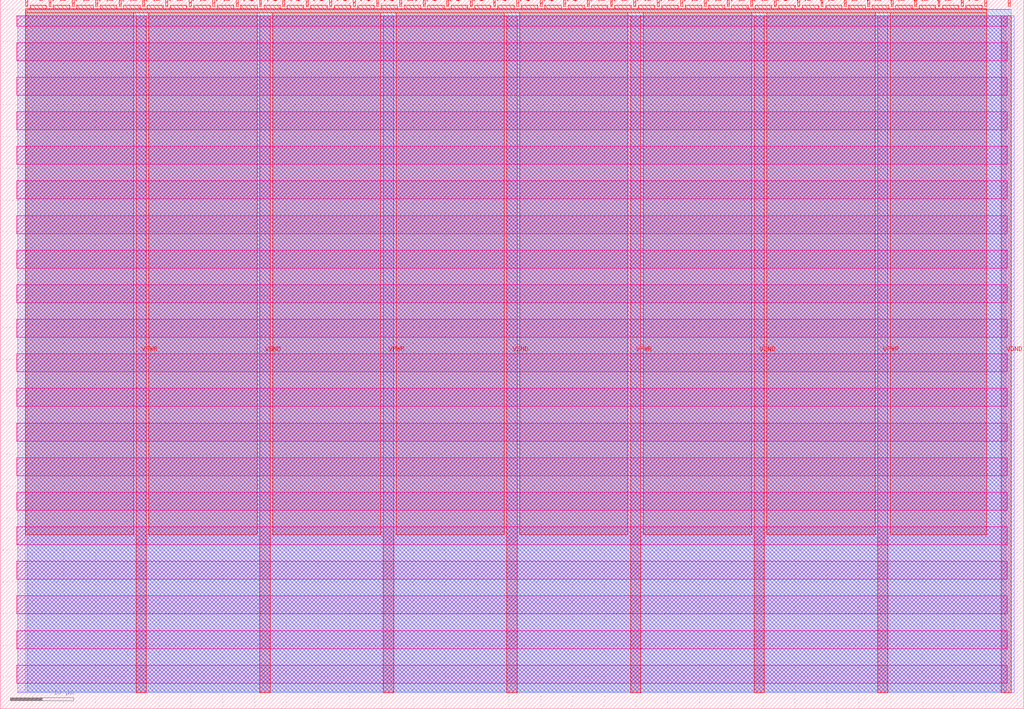
<source format=lef>
VERSION 5.7 ;
  NOWIREEXTENSIONATPIN ON ;
  DIVIDERCHAR "/" ;
  BUSBITCHARS "[]" ;
MACRO tt_um_haeuslermarkus_fir_filter
  CLASS BLOCK ;
  FOREIGN tt_um_haeuslermarkus_fir_filter ;
  ORIGIN 0.000 0.000 ;
  SIZE 161.000 BY 111.520 ;
  PIN VGND
    DIRECTION INOUT ;
    USE GROUND ;
    PORT
      LAYER met4 ;
        RECT 40.830 2.480 42.430 109.040 ;
    END
    PORT
      LAYER met4 ;
        RECT 79.700 2.480 81.300 109.040 ;
    END
    PORT
      LAYER met4 ;
        RECT 118.570 2.480 120.170 109.040 ;
    END
    PORT
      LAYER met4 ;
        RECT 157.440 2.480 159.040 109.040 ;
    END
  END VGND
  PIN VPWR
    DIRECTION INOUT ;
    USE POWER ;
    PORT
      LAYER met4 ;
        RECT 21.395 2.480 22.995 109.040 ;
    END
    PORT
      LAYER met4 ;
        RECT 60.265 2.480 61.865 109.040 ;
    END
    PORT
      LAYER met4 ;
        RECT 99.135 2.480 100.735 109.040 ;
    END
    PORT
      LAYER met4 ;
        RECT 138.005 2.480 139.605 109.040 ;
    END
  END VPWR
  PIN clk
    DIRECTION INPUT ;
    USE SIGNAL ;
    ANTENNAGATEAREA 0.852000 ;
    PORT
      LAYER met4 ;
        RECT 154.870 110.520 155.170 111.520 ;
    END
  END clk
  PIN ena
    DIRECTION INPUT ;
    USE SIGNAL ;
    PORT
      LAYER met4 ;
        RECT 158.550 110.520 158.850 111.520 ;
    END
  END ena
  PIN rst_n
    DIRECTION INPUT ;
    USE SIGNAL ;
    ANTENNAGATEAREA 0.213000 ;
    PORT
      LAYER met4 ;
        RECT 151.190 110.520 151.490 111.520 ;
    END
  END rst_n
  PIN ui_in[0]
    DIRECTION INPUT ;
    USE SIGNAL ;
    ANTENNAGATEAREA 0.196500 ;
    PORT
      LAYER met4 ;
        RECT 147.510 110.520 147.810 111.520 ;
    END
  END ui_in[0]
  PIN ui_in[1]
    DIRECTION INPUT ;
    USE SIGNAL ;
    ANTENNAGATEAREA 0.196500 ;
    PORT
      LAYER met4 ;
        RECT 143.830 110.520 144.130 111.520 ;
    END
  END ui_in[1]
  PIN ui_in[2]
    DIRECTION INPUT ;
    USE SIGNAL ;
    ANTENNAGATEAREA 0.196500 ;
    PORT
      LAYER met4 ;
        RECT 140.150 110.520 140.450 111.520 ;
    END
  END ui_in[2]
  PIN ui_in[3]
    DIRECTION INPUT ;
    USE SIGNAL ;
    ANTENNAGATEAREA 0.196500 ;
    PORT
      LAYER met4 ;
        RECT 136.470 110.520 136.770 111.520 ;
    END
  END ui_in[3]
  PIN ui_in[4]
    DIRECTION INPUT ;
    USE SIGNAL ;
    ANTENNAGATEAREA 0.196500 ;
    PORT
      LAYER met4 ;
        RECT 132.790 110.520 133.090 111.520 ;
    END
  END ui_in[4]
  PIN ui_in[5]
    DIRECTION INPUT ;
    USE SIGNAL ;
    ANTENNAGATEAREA 0.196500 ;
    PORT
      LAYER met4 ;
        RECT 129.110 110.520 129.410 111.520 ;
    END
  END ui_in[5]
  PIN ui_in[6]
    DIRECTION INPUT ;
    USE SIGNAL ;
    ANTENNAGATEAREA 0.196500 ;
    PORT
      LAYER met4 ;
        RECT 125.430 110.520 125.730 111.520 ;
    END
  END ui_in[6]
  PIN ui_in[7]
    DIRECTION INPUT ;
    USE SIGNAL ;
    ANTENNAGATEAREA 0.196500 ;
    PORT
      LAYER met4 ;
        RECT 121.750 110.520 122.050 111.520 ;
    END
  END ui_in[7]
  PIN uio_in[0]
    DIRECTION INPUT ;
    USE SIGNAL ;
    PORT
      LAYER met4 ;
        RECT 118.070 110.520 118.370 111.520 ;
    END
  END uio_in[0]
  PIN uio_in[1]
    DIRECTION INPUT ;
    USE SIGNAL ;
    PORT
      LAYER met4 ;
        RECT 114.390 110.520 114.690 111.520 ;
    END
  END uio_in[1]
  PIN uio_in[2]
    DIRECTION INPUT ;
    USE SIGNAL ;
    PORT
      LAYER met4 ;
        RECT 110.710 110.520 111.010 111.520 ;
    END
  END uio_in[2]
  PIN uio_in[3]
    DIRECTION INPUT ;
    USE SIGNAL ;
    PORT
      LAYER met4 ;
        RECT 107.030 110.520 107.330 111.520 ;
    END
  END uio_in[3]
  PIN uio_in[4]
    DIRECTION INPUT ;
    USE SIGNAL ;
    PORT
      LAYER met4 ;
        RECT 103.350 110.520 103.650 111.520 ;
    END
  END uio_in[4]
  PIN uio_in[5]
    DIRECTION INPUT ;
    USE SIGNAL ;
    PORT
      LAYER met4 ;
        RECT 99.670 110.520 99.970 111.520 ;
    END
  END uio_in[5]
  PIN uio_in[6]
    DIRECTION INPUT ;
    USE SIGNAL ;
    ANTENNAGATEAREA 0.196500 ;
    PORT
      LAYER met4 ;
        RECT 95.990 110.520 96.290 111.520 ;
    END
  END uio_in[6]
  PIN uio_in[7]
    DIRECTION INPUT ;
    USE SIGNAL ;
    ANTENNAGATEAREA 0.196500 ;
    PORT
      LAYER met4 ;
        RECT 92.310 110.520 92.610 111.520 ;
    END
  END uio_in[7]
  PIN uio_oe[0]
    DIRECTION OUTPUT TRISTATE ;
    USE SIGNAL ;
    PORT
      LAYER met4 ;
        RECT 29.750 110.520 30.050 111.520 ;
    END
  END uio_oe[0]
  PIN uio_oe[1]
    DIRECTION OUTPUT TRISTATE ;
    USE SIGNAL ;
    PORT
      LAYER met4 ;
        RECT 26.070 110.520 26.370 111.520 ;
    END
  END uio_oe[1]
  PIN uio_oe[2]
    DIRECTION OUTPUT TRISTATE ;
    USE SIGNAL ;
    PORT
      LAYER met4 ;
        RECT 22.390 110.520 22.690 111.520 ;
    END
  END uio_oe[2]
  PIN uio_oe[3]
    DIRECTION OUTPUT TRISTATE ;
    USE SIGNAL ;
    PORT
      LAYER met4 ;
        RECT 18.710 110.520 19.010 111.520 ;
    END
  END uio_oe[3]
  PIN uio_oe[4]
    DIRECTION OUTPUT TRISTATE ;
    USE SIGNAL ;
    PORT
      LAYER met4 ;
        RECT 15.030 110.520 15.330 111.520 ;
    END
  END uio_oe[4]
  PIN uio_oe[5]
    DIRECTION OUTPUT TRISTATE ;
    USE SIGNAL ;
    PORT
      LAYER met4 ;
        RECT 11.350 110.520 11.650 111.520 ;
    END
  END uio_oe[5]
  PIN uio_oe[6]
    DIRECTION OUTPUT TRISTATE ;
    USE SIGNAL ;
    PORT
      LAYER met4 ;
        RECT 7.670 110.520 7.970 111.520 ;
    END
  END uio_oe[6]
  PIN uio_oe[7]
    DIRECTION OUTPUT TRISTATE ;
    USE SIGNAL ;
    PORT
      LAYER met4 ;
        RECT 3.990 110.520 4.290 111.520 ;
    END
  END uio_oe[7]
  PIN uio_out[0]
    DIRECTION OUTPUT TRISTATE ;
    USE SIGNAL ;
    ANTENNAGATEAREA 0.126000 ;
    ANTENNADIFFAREA 0.891000 ;
    PORT
      LAYER met4 ;
        RECT 59.190 110.520 59.490 111.520 ;
    END
  END uio_out[0]
  PIN uio_out[1]
    DIRECTION OUTPUT TRISTATE ;
    USE SIGNAL ;
    ANTENNAGATEAREA 0.126000 ;
    ANTENNADIFFAREA 0.891000 ;
    PORT
      LAYER met4 ;
        RECT 55.510 110.520 55.810 111.520 ;
    END
  END uio_out[1]
  PIN uio_out[2]
    DIRECTION OUTPUT TRISTATE ;
    USE SIGNAL ;
    ANTENNAGATEAREA 0.126000 ;
    ANTENNADIFFAREA 0.891000 ;
    PORT
      LAYER met4 ;
        RECT 51.830 110.520 52.130 111.520 ;
    END
  END uio_out[2]
  PIN uio_out[3]
    DIRECTION OUTPUT TRISTATE ;
    USE SIGNAL ;
    PORT
      LAYER met4 ;
        RECT 48.150 110.520 48.450 111.520 ;
    END
  END uio_out[3]
  PIN uio_out[4]
    DIRECTION OUTPUT TRISTATE ;
    USE SIGNAL ;
    PORT
      LAYER met4 ;
        RECT 44.470 110.520 44.770 111.520 ;
    END
  END uio_out[4]
  PIN uio_out[5]
    DIRECTION OUTPUT TRISTATE ;
    USE SIGNAL ;
    PORT
      LAYER met4 ;
        RECT 40.790 110.520 41.090 111.520 ;
    END
  END uio_out[5]
  PIN uio_out[6]
    DIRECTION OUTPUT TRISTATE ;
    USE SIGNAL ;
    PORT
      LAYER met4 ;
        RECT 37.110 110.520 37.410 111.520 ;
    END
  END uio_out[6]
  PIN uio_out[7]
    DIRECTION OUTPUT TRISTATE ;
    USE SIGNAL ;
    PORT
      LAYER met4 ;
        RECT 33.430 110.520 33.730 111.520 ;
    END
  END uio_out[7]
  PIN uo_out[0]
    DIRECTION OUTPUT TRISTATE ;
    USE SIGNAL ;
    ANTENNAGATEAREA 0.126000 ;
    ANTENNADIFFAREA 0.445500 ;
    PORT
      LAYER met4 ;
        RECT 88.630 110.520 88.930 111.520 ;
    END
  END uo_out[0]
  PIN uo_out[1]
    DIRECTION OUTPUT TRISTATE ;
    USE SIGNAL ;
    ANTENNAGATEAREA 0.126000 ;
    ANTENNADIFFAREA 0.445500 ;
    PORT
      LAYER met4 ;
        RECT 84.950 110.520 85.250 111.520 ;
    END
  END uo_out[1]
  PIN uo_out[2]
    DIRECTION OUTPUT TRISTATE ;
    USE SIGNAL ;
    ANTENNAGATEAREA 0.126000 ;
    ANTENNADIFFAREA 0.445500 ;
    PORT
      LAYER met4 ;
        RECT 81.270 110.520 81.570 111.520 ;
    END
  END uo_out[2]
  PIN uo_out[3]
    DIRECTION OUTPUT TRISTATE ;
    USE SIGNAL ;
    ANTENNAGATEAREA 0.126000 ;
    ANTENNADIFFAREA 0.891000 ;
    PORT
      LAYER met4 ;
        RECT 77.590 110.520 77.890 111.520 ;
    END
  END uo_out[3]
  PIN uo_out[4]
    DIRECTION OUTPUT TRISTATE ;
    USE SIGNAL ;
    ANTENNAGATEAREA 0.126000 ;
    ANTENNADIFFAREA 0.891000 ;
    PORT
      LAYER met4 ;
        RECT 73.910 110.520 74.210 111.520 ;
    END
  END uo_out[4]
  PIN uo_out[5]
    DIRECTION OUTPUT TRISTATE ;
    USE SIGNAL ;
    ANTENNAGATEAREA 0.126000 ;
    ANTENNADIFFAREA 0.891000 ;
    PORT
      LAYER met4 ;
        RECT 70.230 110.520 70.530 111.520 ;
    END
  END uo_out[5]
  PIN uo_out[6]
    DIRECTION OUTPUT TRISTATE ;
    USE SIGNAL ;
    ANTENNAGATEAREA 0.126000 ;
    ANTENNADIFFAREA 0.891000 ;
    PORT
      LAYER met4 ;
        RECT 66.550 110.520 66.850 111.520 ;
    END
  END uo_out[6]
  PIN uo_out[7]
    DIRECTION OUTPUT TRISTATE ;
    USE SIGNAL ;
    ANTENNAGATEAREA 0.126000 ;
    ANTENNADIFFAREA 1.325700 ;
    PORT
      LAYER met4 ;
        RECT 62.870 110.520 63.170 111.520 ;
    END
  END uo_out[7]
  OBS
      LAYER nwell ;
        RECT 2.570 107.385 158.430 108.990 ;
        RECT 2.570 101.945 158.430 104.775 ;
        RECT 2.570 96.505 158.430 99.335 ;
        RECT 2.570 91.065 158.430 93.895 ;
        RECT 2.570 85.625 158.430 88.455 ;
        RECT 2.570 80.185 158.430 83.015 ;
        RECT 2.570 74.745 158.430 77.575 ;
        RECT 2.570 69.305 158.430 72.135 ;
        RECT 2.570 63.865 158.430 66.695 ;
        RECT 2.570 58.425 158.430 61.255 ;
        RECT 2.570 52.985 158.430 55.815 ;
        RECT 2.570 47.545 158.430 50.375 ;
        RECT 2.570 42.105 158.430 44.935 ;
        RECT 2.570 36.665 158.430 39.495 ;
        RECT 2.570 31.225 158.430 34.055 ;
        RECT 2.570 25.785 158.430 28.615 ;
        RECT 2.570 20.345 158.430 23.175 ;
        RECT 2.570 14.905 158.430 17.735 ;
        RECT 2.570 9.465 158.430 12.295 ;
        RECT 2.570 4.025 158.430 6.855 ;
      LAYER li1 ;
        RECT 2.760 2.635 158.240 108.885 ;
      LAYER met1 ;
        RECT 2.760 2.480 159.460 109.040 ;
      LAYER met2 ;
        RECT 4.230 2.535 159.010 110.005 ;
      LAYER met3 ;
        RECT 3.950 2.555 159.030 109.985 ;
      LAYER met4 ;
        RECT 4.690 110.120 7.270 110.650 ;
        RECT 8.370 110.120 10.950 110.650 ;
        RECT 12.050 110.120 14.630 110.650 ;
        RECT 15.730 110.120 18.310 110.650 ;
        RECT 19.410 110.120 21.990 110.650 ;
        RECT 23.090 110.120 25.670 110.650 ;
        RECT 26.770 110.120 29.350 110.650 ;
        RECT 30.450 110.120 33.030 110.650 ;
        RECT 34.130 110.120 36.710 110.650 ;
        RECT 37.810 110.120 40.390 110.650 ;
        RECT 41.490 110.120 44.070 110.650 ;
        RECT 45.170 110.120 47.750 110.650 ;
        RECT 48.850 110.120 51.430 110.650 ;
        RECT 52.530 110.120 55.110 110.650 ;
        RECT 56.210 110.120 58.790 110.650 ;
        RECT 59.890 110.120 62.470 110.650 ;
        RECT 63.570 110.120 66.150 110.650 ;
        RECT 67.250 110.120 69.830 110.650 ;
        RECT 70.930 110.120 73.510 110.650 ;
        RECT 74.610 110.120 77.190 110.650 ;
        RECT 78.290 110.120 80.870 110.650 ;
        RECT 81.970 110.120 84.550 110.650 ;
        RECT 85.650 110.120 88.230 110.650 ;
        RECT 89.330 110.120 91.910 110.650 ;
        RECT 93.010 110.120 95.590 110.650 ;
        RECT 96.690 110.120 99.270 110.650 ;
        RECT 100.370 110.120 102.950 110.650 ;
        RECT 104.050 110.120 106.630 110.650 ;
        RECT 107.730 110.120 110.310 110.650 ;
        RECT 111.410 110.120 113.990 110.650 ;
        RECT 115.090 110.120 117.670 110.650 ;
        RECT 118.770 110.120 121.350 110.650 ;
        RECT 122.450 110.120 125.030 110.650 ;
        RECT 126.130 110.120 128.710 110.650 ;
        RECT 129.810 110.120 132.390 110.650 ;
        RECT 133.490 110.120 136.070 110.650 ;
        RECT 137.170 110.120 139.750 110.650 ;
        RECT 140.850 110.120 143.430 110.650 ;
        RECT 144.530 110.120 147.110 110.650 ;
        RECT 148.210 110.120 150.790 110.650 ;
        RECT 151.890 110.120 154.470 110.650 ;
        RECT 3.975 109.440 155.185 110.120 ;
        RECT 3.975 27.375 20.995 109.440 ;
        RECT 23.395 27.375 40.430 109.440 ;
        RECT 42.830 27.375 59.865 109.440 ;
        RECT 62.265 27.375 79.300 109.440 ;
        RECT 81.700 27.375 98.735 109.440 ;
        RECT 101.135 27.375 118.170 109.440 ;
        RECT 120.570 27.375 137.605 109.440 ;
        RECT 140.005 27.375 155.185 109.440 ;
  END
END tt_um_haeuslermarkus_fir_filter
END LIBRARY


</source>
